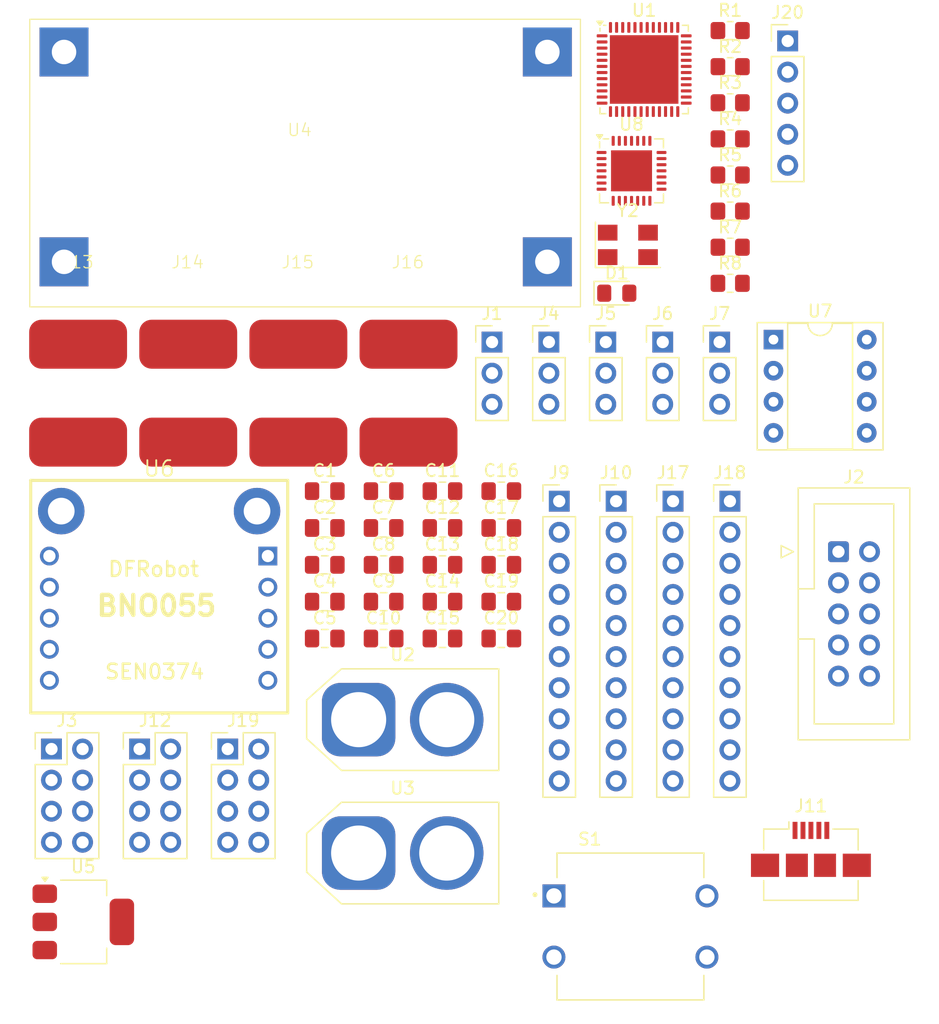
<source format=kicad_pcb>
(kicad_pcb (version 20240108) (generator "pcbnew") (generator_version "8.0")
  (layers (0 "F.Cu" signal) (31 "B.Cu" signal) (34 "B.Paste" user) (35 "F.Paste" user) (36 "B.SilkS" user "B.Silkscreen") (37 "F.SilkS" user "F.Silkscreen") (38 "B.Mask" user) (39 "F.Mask" user) (44 "Edge.Cuts" user))
  (net 0 "")
  (net 1 "+3.3V")
  (net 2 "GND")
  (net 3 "/NRST")
  (net 4 "/PH0")
  (net 5 "/PH1")
  (net 6 "Net-(U1-VCAP1)")
  (net 7 "+5V")
  (net 8 "Net-(U7A--)")
  (net 9 "Net-(U7A-+)")
  (net 10 "/VBUS")
  (net 11 "GND1")
  (net 12 "Net-(U8-VDD)")
  (net 13 "Net-(D1-K)")
  (net 14 "/PC13")
  (net 15 "Net-(J1-Pin_2)")
  (net 18 "/SWCLK")
  (net 19 "/SWDIO")
  (net 20 "/CS")
  (net 21 "/CE")
  (net 22 "/MOSI")
  (net 23 "/SCK")
  (net 24 "/MISO")
  (net 25 "/IRQ")
  (net 27 "/ESC0")
  (net 29 "/ESC1")
  (net 31 "/ESC2")
  (net 33 "/ESC3")
  (net 34 "/PPS")
  (net 35 "/RX_6")
  (net 36 "/TX_1")
  (net 37 "/RX_1")
  (net 38 "/TX_6")
  (net 39 "/CS2")
  (net 40 "/D-")
  (net 46 "/D+")
  (net 47 "/CP2102_TX")
  (net 48 "/CP2102_RX")
  (net 49 "+24V")
  (net 50 "/MOSI2")
  (net 51 "/PC14")
  (net 52 "/MISO2")
  (net 53 "/PC15")
  (net 54 "/BOOT0")
  (net 55 "/SDA")
  (net 56 "/IRQ2")
  (net 57 "/SCL")
  (net 58 "/PB4")
  (net 59 "/CE2")
  (net 60 "/PB9")
  (net 61 "/PB5")
  (net 62 "/PB3")
  (net 63 "/SCK2")
  (net 64 "/PB8")
  (net 65 "/Voltage measurement")
  (net 66 "Net-(U2--)")
  (net 96 "Net-(Y2-Pad2)")
  (footprint "Connector_PinHeader_2.54mm:PinHeader_1x03_P2.54mm_Vertical" (layer "F.Cu") (at 157.34 66.75)
    (property "Reference" "J4" (at 0 -2.33 0) (layer "F.SilkS"))
    (property "Value" "ESC0")
    (pad "1" thru_hole rect (at 0 0) (size 1.7 1.7) (drill 1) (layers "*.Cu" "*.Mask") (net 27 "/ESC0"))
    (pad "2" thru_hole oval (at 0 2.54) (size 1.7 1.7) (drill 1) (layers "*.Cu" "*.Mask"))
    (pad "3" thru_hole oval (at 0 5.08) (size 1.7 1.7) (drill 1) (layers "*.Cu" "*.Mask") (net 2 "GND"))
  )
  (footprint "Connector_PinHeader_2.54mm:PinHeader_2x04_P2.54mm_Vertical" (layer "F.Cu") (at 131.09 100)
    (property "Reference" "J19" (at 1.27 -2.33 0) (layer "F.SilkS"))
    (property "Value" "NRF24L01")
    (pad "1" thru_hole rect (at 0 0) (size 1.7 1.7) (drill 1) (layers "*.Cu" "*.Mask") (net 2 "GND"))
    (pad "2" thru_hole oval (at 2.54 0) (size 1.7 1.7) (drill 1) (layers "*.Cu" "*.Mask") (net 1 "+3.3V"))
    (pad "3" thru_hole oval (at 0 2.54) (size 1.7 1.7) (drill 1) (layers "*.Cu" "*.Mask") (net 59 "/CE2"))
    (pad "4" thru_hole oval (at 2.54 2.54) (size 1.7 1.7) (drill 1) (layers "*.Cu" "*.Mask") (net 39 "/CS2"))
    (pad "5" thru_hole oval (at 0 5.08) (size 1.7 1.7) (drill 1) (layers "*.Cu" "*.Mask") (net 63 "/SCK2"))
    (pad "6" thru_hole oval (at 2.54 5.08) (size 1.7 1.7) (drill 1) (layers "*.Cu" "*.Mask") (net 50 "/MOSI2"))
    (pad "7" thru_hole oval (at 0 7.62) (size 1.7 1.7) (drill 1) (layers "*.Cu" "*.Mask") (net 52 "/MISO2"))
    (pad "8" thru_hole oval (at 2.54 7.62) (size 1.7 1.7) (drill 1) (layers "*.Cu" "*.Mask") (net 56 "/IRQ2"))
  )
  (footprint "Capacitor_SMD:C_0805_2012Metric_Pad1.18x1.45mm_HandSolder" (layer "F.Cu") (at 143.83 90.97)
    (property "Reference" "C10" (at 0 -1.68 0) (layer "F.SilkS"))
    (property "Value" "10n")
    (pad "1" smd roundrect (at -1.0375 0) (size 1.175 1.45) (layers "F.Cu" "F.Paste" "F.Mask") (roundrect_rratio 0.212766) (net 1 "+3.3V"))
    (pad "2" smd roundrect (at 1.0375 0) (size 1.175 1.45) (layers "F.Cu" "F.Paste" "F.Mask") (roundrect_rratio 0.212766) (net 2 "GND"))
  )
  (footprint "Connector_AMASS:AMASS_XT60-M_1x02_P7.20mm_Vertical" (layer "F.Cu") (at 141.79 108.5)
    (property "Reference" "U3" (at 3.6 -5.3 180) (layer "F.SilkS"))
    (property "Value" "XT60")
    (pad "1" thru_hole roundrect (at 0 0) (size 6 6) (drill 4.5) (layers "*.Cu" "*.Mask") (net 2 "GND"))
    (pad "2" thru_hole circle (at 7.2 0) (size 6 6) (drill 4.5) (layers "*.Cu" "*.Mask") (net 66 "Net-(U2--)"))
  )
  (footprint "Capacitor_SMD:C_0805_2012Metric_Pad1.18x1.45mm_HandSolder" (layer "F.Cu") (at 143.83 87.96)
    (property "Reference" "C9" (at 0 -1.68 0) (layer "F.SilkS"))
    (property "Value" "1u")
    (pad "1" smd roundrect (at -1.0375 0) (size 1.175 1.45) (layers "F.Cu" "F.Paste" "F.Mask") (roundrect_rratio 0.212766) (net 1 "+3.3V"))
    (pad "2" smd roundrect (at 1.0375 0) (size 1.175 1.45) (layers "F.Cu" "F.Paste" "F.Mask") (roundrect_rratio 0.212766) (net 2 "GND"))
  )
  (footprint "Connector_USB:USB_Micro-B_Amphenol_10104110_Horizontal" (layer "F.Cu") (at 178.75 108.2)
    (property "Reference" "J11" (at 0 -3.55 0) (layer "F.SilkS"))
    (property "Value" "USB_B_Micro")
    (pad "1" smd rect (at -1.3 -1.55) (size 0.4 1.4) (layers "F.Cu" "F.Paste" "F.Mask") (net 10 "/VBUS"))
    (pad "2" smd rect (at -0.65 -1.55) (size 0.4 1.4) (layers "F.Cu" "F.Paste" "F.Mask") (net 40 "/D-"))
    (pad "3" smd rect (at 0 -1.55) (size 0.4 1.4) (layers "F.Cu" "F.Paste" "F.Mask") (net 46 "/D+"))
    (pad "4" smd rect (at 0.65 -1.55) (size 0.4 1.4) (layers "F.Cu" "F.Paste" "F.Mask"))
    (pad "5" smd rect (at 1.3 -1.55) (size 0.4 1.4) (layers "F.Cu" "F.Paste" "F.Mask") (net 11 "GND1"))
    (pad "6" smd rect (at -3.75 1.3) (size 2.3 1.9) (layers "F.Cu" "F.Paste" "F.Mask"))
    (pad "6" smd rect (at -1.15 1.3) (size 1.8 1.9) (layers "F.Cu" "F.Paste" "F.Mask"))
    (pad "6" smd rect (at 1.15 1.3) (size 1.8 1.9) (layers "F.Cu" "F.Paste" "F.Mask"))
    (pad "6" smd rect (at 3.75 1.3) (size 2.3 1.9) (layers "F.Cu" "F.Paste" "F.Mask"))
  )
  (footprint "Connector_PinHeader_2.54mm:PinHeader_1x03_P2.54mm_Vertical" (layer "F.Cu") (at 166.64 66.75)
    (property "Reference" "J6" (at 0 -2.33 0) (layer "F.SilkS"))
    (property "Value" "ESC2")
    (pad "1" thru_hole rect (at 0 0) (size 1.7 1.7) (drill 1) (layers "*.Cu" "*.Mask") (net 31 "/ESC2"))
    (pad "2" thru_hole oval (at 0 2.54) (size 1.7 1.7) (drill 1) (layers "*.Cu" "*.Mask"))
    (pad "3" thru_hole oval (at 0 5.08) (size 1.7 1.7) (drill 1) (layers "*.Cu" "*.Mask") (net 2 "GND"))
  )
  (footprint "Capacitor_SMD:C_0805_2012Metric_Pad1.18x1.45mm_HandSolder" (layer "F.Cu") (at 139.02 84.95)
    (property "Reference" "C3" (at 0 -1.68 0) (layer "F.SilkS"))
    (property "Value" "100n")
    (pad "1" smd roundrect (at -1.0375 0) (size 1.175 1.45) (layers "F.Cu" "F.Paste" "F.Mask") (roundrect_rratio 0.212766) (net 1 "+3.3V"))
    (pad "2" smd roundrect (at 1.0375 0) (size 1.175 1.45) (layers "F.Cu" "F.Paste" "F.Mask") (roundrect_rratio 0.212766) (net 2 "GND"))
  )
  (footprint "B3F-4055:SW_B3F-4055" (layer "F.Cu") (at 164 114.5)
    (property "Reference" "S1" (at -3.325 -7.135 0) (layer "F.SilkS"))
    (property "Value" "B3F-4055")
    (pad "" np_thru_hole circle (at 0 -4.5) (size 1.85 1.85) (drill 1.85) (layers "*.Cu" "*.Mask"))
    (pad "" np_thru_hole circle (at 0 4.5) (size 1.85 1.85) (drill 1.85) (layers "*.Cu" "*.Mask"))
    (pad "1" thru_hole rect (at -6.25 -2.5) (size 1.875 1.875) (drill 1.25) (layers "*.Cu" "*.Mask") (net 3 "/NRST"))
    (pad "2" thru_hole circle (at 6.25 -2.5) (size 1.875 1.875) (drill 1.25) (layers "*.Cu" "*.Mask") (net 3 "/NRST"))
    (pad "3" thru_hole circle (at -6.25 2.5) (size 1.875 1.875) (drill 1.25) (layers "*.Cu" "*.Mask") (net 2 "GND"))
    (pad "4" thru_hole circle (at 6.25 2.5) (size 1.875 1.875) (drill 1.25) (layers "*.Cu" "*.Mask") (net 2 "GND"))
  )
  (footprint "Capacitor_SMD:C_0805_2012Metric_Pad1.18x1.45mm_HandSolder" (layer "F.Cu") (at 153.45 87.96)
    (property "Reference" "C19" (at 0 -1.68 0) (layer "F.SilkS"))
    (property "Value" "100n")
    (pad "1" smd roundrect (at -1.0375 0) (size 1.175 1.45) (layers "F.Cu" "F.Paste" "F.Mask") (roundrect_rratio 0.212766) (net 10 "/VBUS"))
    (pad "2" smd roundrect (at 1.0375 0) (size 1.175 1.45) (layers "F.Cu" "F.Paste" "F.Mask") (roundrect_rratio 0.212766) (net 11 "GND1"))
  )
  (footprint "Resistor_SMD:R_0805_2012Metric_Pad1.20x1.40mm_HandSolder" (layer "F.Cu") (at 172.15 53.1)
    (property "Reference" "R5" (at 0 -1.65 0) (layer "F.SilkS"))
    (property "Value" "100k")
    (pad "1" smd roundrect (at -1 0) (size 1.2 1.4) (layers "F.Cu" "F.Paste" "F.Mask") (roundrect_rratio 0.208333) (net 2 "GND"))
    (pad "2" smd roundrect (at 1 0) (size 1.2 1.4) (layers "F.Cu" "F.Paste" "F.Mask") (roundrect_rratio 0.208333) (net 8 "Net-(U7A--)"))
  )
  (footprint "ESC_Custom:ESC_Power_Pad" (layer "F.Cu") (at 127.865 70.925)
    (property "Reference" "J14" (at -0.05 -10.7 0) (layer "F.SilkS") (effects (font (thickness 0.1))))
    (property "Value" "ESC_POWER1")
    (pad "1" smd roundrect (at 0 -4) (size 8 4) (layers "F.Cu" "F.Paste" "F.Mask") (net 49 "+24V"))
    (pad "2" smd roundrect (at 0 4) (size 8 4) (layers "F.Cu" "F.Paste" "F.Mask") (net 2 "GND"))
  )
  (footprint "Connector_IDC:IDC-Header_2x05_P2.54mm_Vertical" (layer "F.Cu") (at 181 83.88)
    (property "Reference" "J2" (at 1.27 -6.1 0) (layer "F.SilkS"))
    (property "Value" "STLINK_DEBUGGER")
    (pad "1" thru_hole roundrect (at 0 0) (size 1.7 1.7) (drill 1) (layers "*.Cu" "*.Mask") (roundrect_rratio 0.147059))
    (pad "2" thru_hole circle (at 2.54 0) (size 1.7 1.7) (drill 1) (layers "*.Cu" "*.Mask") (net 18 "/SWCLK"))
    (pad "3" thru_hole circle (at 0 2.54) (size 1.7 1.7) (drill 1) (layers "*.Cu" "*.Mask"))
    (pad "4" thru_hole circle (at 2.54 2.54) (size 1.7 1.7) (drill 1) (layers "*.Cu" "*.Mask") (net 19 "/SWDIO"))
    (pad "5" thru_hole circle (at 0 5.08) (size 1.7 1.7) (drill 1) (layers "*.Cu" "*.Mask") (net 2 "GND"))
    (pad "6" thru_hole circle (at 2.54 5.08) (size 1.7 1.7) (drill 1) (layers "*.Cu" "*.Mask") (net 2 "GND"))
    (pad "7" thru_hole circle (at 0 7.62) (size 1.7 1.7) (drill 1) (layers "*.Cu" "*.Mask") (net 1 "+3.3V"))
    (pad "8" thru_hole circle (at 2.54 7.62) (size 1.7 1.7) (drill 1) (layers "*.Cu" "*.Mask") (net 1 "+3.3V"))
    (pad "9" thru_hole circle (at 0 10.16) (size 1.7 1.7) (drill 1) (layers "*.Cu" "*.Mask") (net 7 "+5V"))
    (pad "10" thru_hole circle (at 2.54 10.16) (size 1.7 1.7) (drill 1) (layers "*.Cu" "*.Mask") (net 7 "+5V"))
  )
  (footprint "Resistor_SMD:R_0805_2012Metric_Pad1.20x1.40mm_HandSolder" (layer "F.Cu") (at 172.15 44.25)
    (property "Reference" "R2" (at 0 -1.65 0) (layer "F.SilkS"))
    (property "Value" "10k")
    (pad "1" smd roundrect (at -1 0) (size 1.2 1.4) (layers "F.Cu" "F.Paste" "F.Mask") (roundrect_rratio 0.208333) (net 13 "Net-(D1-K)"))
    (pad "2" smd roundrect (at 1 0) (size 1.2 1.4) (layers "F.Cu" "F.Paste" "F.Mask") (roundrect_rratio 0.208333) (net 2 "GND"))
  )
  (footprint "Resistor_SMD:R_0805_2012Metric_Pad1.20x1.40mm_HandSolder" (layer "F.Cu") (at 172.15 59)
    (property "Reference" "R7" (at 0 -1.65 0) (layer "F.SilkS"))
    (property "Value" "10k")
    (pad "1" smd roundrect (at -1 0) (size 1.2 1.4) (layers "F.Cu" "F.Paste" "F.Mask") (roundrect_rratio 0.208333) (net 65 "/Voltage measurement"))
    (pad "2" smd roundrect (at 1 0) (size 1.2 1.4) (layers "F.Cu" "F.Paste" "F.Mask") (roundrect_rratio 0.208333) (net 8 "Net-(U7A--)"))
  )
  (footprint "Connector_PinHeader_2.54mm:PinHeader_1x10_P2.54mm_Vertical" (layer "F.Cu") (at 172.13 79.75)
    (property "Reference" "J18" (at 0 -2.33 0) (layer "F.SilkS"))
    (property "Value" "Conn_01x10_Pin")
    (pad "1" thru_hole rect (at 0 0) (size 1.7 1.7) (drill 1) (layers "*.Cu" "*.Mask") (net 62 "/PB3"))
    (pad "2" thru_hole oval (at 0 2.54) (size 1.7 1.7) (drill 1) (layers "*.Cu" "*.Mask") (net 58 "/PB4"))
    (pad "3" thru_hole oval (at 0 5.08) (size 1.7 1.7) (drill 1) (layers "*.Cu" "*.Mask") (net 61 "/PB5"))
    (pad "4" thru_hole oval (at 0 7.62) (size 1.7 1.7) (drill 1) (layers "*.Cu" "*.Mask") (net 57 "/SCL"))
    (pad "5" thru_hole oval (at 0 10.16) (size 1.7 1.7) (drill 1) (layers "*.Cu" "*.Mask") (net 55 "/SDA"))
    (pad "6" thru_hole oval (at 0 12.7) (size 1.7 1.7) (drill 1) (layers "*.Cu" "*.Mask") (net 64 "/PB8"))
    (pad "7" thru_hole oval (at 0 15.24) (size 1.7 1.7) (drill 1) (layers "*.Cu" "*.Mask") (net 60 "/PB9"))
    (pad "8" thru_hole oval (at 0 17.78) (size 1.7 1.7) (drill 1) (layers "*.Cu" "*.Mask") (net 63 "/SCK2"))
    (pad "9" thru_hole oval (at 0 20.32) (size 1.7 1.7) (drill 1) (layers "*.Cu" "*.Mask") (net 59 "/CE2"))
    (pad "10" thru_hole oval (at 0 22.86) (size 1.7 1.7) (drill 1) (layers "*.Cu" "*.Mask") (net 56 "/IRQ2"))
  )
  (footprint "Package_TO_SOT_SMD:SOT-223-3_TabPin2" (layer "F.Cu") (at 119.29 114.125)
    (property "Reference" "U5" (at 0 -4.5 0) (layer "F.SilkS"))
    (property "Value" "AMS1117-3.3")
    (pad "1" smd roundrect (at -3.15 -2.3) (size 2 1.5) (layers "F.Cu" "F.Paste" "F.Mask") (net 2 "GND"))
    (pad "2" smd roundrect (at -3.15 0) (size 2 1.5) (layers "F.Cu" "F.Paste" "F.Mask") (net 1 "+3.3V"))
    (pad "2" smd roundrect (at 3.15 0) (size 2 3.8) (layers "F.Cu" "F.Paste" "F.Mask") (net 1 "+3.3V"))
    (pad "3" smd roundrect (at -3.15 2.3) (size 2 1.5) (layers "F.Cu" "F.Paste" "F.Mask") (net 7 "+5V"))
  )
  (footprint "Capacitor_SMD:C_0805_2012Metric_Pad1.18x1.45mm_HandSolder" (layer "F.Cu") (at 153.45 78.93)
    (property "Reference" "C16" (at 0 -1.68 0) (layer "F.SilkS"))
    (property "Value" "100n")
    (pad "1" smd roundrect (at -1.0375 0) (size 1.175 1.45) (layers "F.Cu" "F.Paste" "F.Mask") (roundrect_rratio 0.212766) (net 9 "Net-(U7A-+)"))
    (pad "2" smd roundrect (at 1.0375 0) (size 1.175 1.45) (layers "F.Cu" "F.Paste" "F.Mask") (roundrect_rratio 0.212766) (net 2 "GND"))
  )
  (footprint "Capacitor_SMD:C_0805_2012Metric_Pad1.18x1.45mm_HandSolder" (layer "F.Cu") (at 143.83 78.93)
    (property "Reference" "C6" (at 0 -1.68 0) (layer "F.SilkS"))
    (property "Value" "100n")
    (pad "1" smd roundrect (at -1.0375 0) (size 1.175 1.45) (layers "F.Cu" "F.Paste" "F.Mask") (roundrect_rratio 0.212766) (net 3 "/NRST"))
    (pad "2" smd roundrect (at 1.0375 0) (size 1.175 1.45) (layers "F.Cu" "F.Paste" "F.Mask") (roundrect_rratio 0.212766) (net 2 "GND"))
  )
  (footprint "Capacitor_SMD:C_0805_2012Metric_Pad1.18x1.45mm_HandSolder" (layer "F.Cu") (at 148.64 87.96)
    (property "Reference" "C14" (at 0 -1.68 0) (layer "F.SilkS"))
    (property "Value" "1uF")
    (pad "1" smd roundrect (at -1.0375 0) (size 1.175 1.45) (layers "F.Cu" "F.Paste" "F.Mask") (roundrect_rratio 0.212766) (net 2 "GND"))
    (pad "2" smd roundrect (at 1.0375 0) (size 1.175 1.45) (layers "F.Cu" "F.Paste" "F.Mask") (roundrect_rratio 0.212766) (net 1 "+3.3V"))
  )
  (footprint "Resistor_SMD:R_0805_2012Metric_Pad1.20x1.40mm_HandSolder" (layer "F.Cu") (at 172.15 61.95)
    (property "Reference" "R8" (at 0 -1.65 0) (layer "F.SilkS"))
    (property "Value" "10k")
    (pad "1" smd roundrect (at -1 0) (size 1.2 1.4) (layers "F.Cu" "F.Paste" "F.Mask") (roundrect_rratio 0.208333) (net 2 "GND"))
    (pad "2" smd roundrect (at 1 0) (size 1.2 1.4) (layers "F.Cu" "F.Paste" "F.Mask") (roundrect_rratio 0.208333) (net 65 "/Voltage measurement"))
  )
  (footprint "Capacitor_SMD:C_0805_2012Metric_Pad1.18x1.45mm_HandSolder" (layer "F.Cu") (at 143.83 81.94)
    (property "Reference" "C7" (at 0 -1.68 0) (layer "F.SilkS"))
    (property "Value" "12p")
    (pad "1" smd roundrect (at -1.0375 0) (size 1.175 1.45) (layers "F.Cu" "F.Paste" "F.Mask") (roundrect_rratio 0.212766) (net 2 "GND"))
    (pad "2" smd roundrect (at 1.0375 0) (size 1.175 1.45) (layers "F.Cu" "F.Paste" "F.Mask") (roundrect_rratio 0.212766) (net 4 "/PH0"))
  )
  (footprint "LED_SMD:LED_0805_2012Metric_Pad1.15x1.40mm_HandSolder" (layer "F.Cu") (at 162.885 62.755)
    (property "Reference" "D1" (at 0 -1.65 0) (layer "F.SilkS"))
    (property "Value" "LED")
    (pad "1" smd roundrect (at -1.025 0) (size 1.15 1.4) (layers "F.Cu" "F.Paste" "F.Mask") (roundrect_rratio 0.217391) (net 13 "Net-(D1-K)"))
    (pad "2" smd roundrect (at 1.025 0) (size 1.15 1.4) (layers "F.Cu" "F.Paste" "F.Mask") (roundrect_rratio 0.217391) (net 14 "/PC13"))
  )
  (footprint "Package_DFN_QFN:QFN-48-1EP_7x7mm_P0.5mm_EP5.6x5.6mm" (layer "F.Cu") (at 165.12 44.48)
    (property "Reference" "U1" (at 0 -4.83 0) (layer "F.SilkS"))
    (property "Value" "STM32F411CEUx")
    (pad "1" smd roundrect (at -3.4375 -2.75) (size 0.875 0.25) (layers "F.Cu" "F.Paste" "F.Mask") (net 1 "+3.3V"))
    (pad "2" smd roundrect (at -3.4375 -2.25) (size 0.875 0.25) (layers "F.Cu" "F.Paste" "F.Mask") (net 14 "/PC13"))
    (pad "3" smd roundrect (at -3.4375 -1.75) (size 0.875 0.25) (layers "F.Cu" "F.Paste" "F.Mask") (net 51 "/PC14"))
    (pad "4" smd roundrect (at -3.4375 -1.25) (size 0.875 0.25) (layers "F.Cu" "F.Paste" "F.Mask") (net 53 "/PC15"))
    (pad "5" smd roundrect (at -3.4375 -0.75) (size 0.875 0.25) (layers "F.Cu" "F.Paste" "F.Mask") (net 4 "/PH0"))
    (pad "6" smd roundrect (at -3.4375 -0.25) (size 0.875 0.25) (layers "F.Cu" "F.Paste" "F.Mask") (net 5 "/PH1"))
    (pad "7" smd roundrect (at -3.4375 0.25) (size 0.875 0.25) (layers "F.Cu" "F.Paste" "F.Mask") (net 3 "/NRST"))
    (pad "8" smd roundrect (at -3.4375 0.75) (size 0.875 0.25) (layers "F.Cu" "F.Paste" "F.Mask") (net 2 "GND"))
    (pad "9" smd roundrect (at -3.4375 1.25) (size 0.875 0.25) (layers "F.Cu" "F.Paste" "F.Mask") (net 1 "+3.3V"))
    (pad "10" smd roundrect (at -3.4375 1.75) (size 0.875 0.25) (layers "F.Cu" "F.Paste" "F.Mask") (net 65 "/Voltage measurement"))
    (pad "11" smd roundrect (at -3.4375 2.25) (size 0.875 0.25) (layers "F.Cu" "F.Paste" "F.Mask") (net 29 "/ESC1"))
    (pad "12" smd roundrect (at -3.4375 2.75) (size 0.875 0.25) (layers "F.Cu" "F.Paste" "F.Mask") (net 31 "/ESC2"))
    (pad "13" smd roundrect (at -2.75 3.4375) (size 0.25 0.875) (layers "F.Cu" "F.Paste" "F.Mask") (net 33 "/ESC3"))
    (pad "14" smd roundrect (at -2.25 3.4375) (size 0.25 0.875) (layers "F.Cu" "F.Paste" "F.Mask") (net 20 "/CS"))
    (pad "15" smd roundrect (at -1.75 3.4375) (size 0.25 0.875) (layers "F.Cu" "F.Paste" "F.Mask") (net 23 "/SCK"))
    (pad "16" smd roundrect (at -1.25 3.4375) (size 0.25 0.875) (layers "F.Cu" "F.Paste" "F.Mask") (net 24 "/MISO"))
    (pad "17" smd roundrect (at -0.75 3.4375) (size 0.25 0.875) (layers "F.Cu" "F.Paste" "F.Mask") (net 22 "/MOSI"))
    (pad "18" smd roundrect (at -0.25 3.4375) (size 0.25 0.875) (layers "F.Cu" "F.Paste" "F.Mask") (net 21 "/CE"))
    (pad "19" smd roundrect (at 0.25 3.4375) (size 0.25 0.875) (layers "F.Cu" "F.Paste" "F.Mask") (net 25 "/IRQ"))
    (pad "20" smd roundrect (at 0.75 3.4375) (size 0.25 0.875) (layers "F.Cu" "F.Paste" "F.Mask") (net 39 "/CS2"))
    (pad "21" smd roundrect (at 1.25 3.4375) (size 0.25 0.875) (layers "F.Cu" "F.Paste" "F.Mask") (net 63 "/SCK2"))
    (pad "22" smd roundrect (at 1.75 3.4375) (size 0.25 0.875) (layers "F.Cu" "F.Paste" "F.Mask") (net 6 "Net-(U1-VCAP1)"))
    (pad "23" smd roundrect (at 2.25 3.4375) (size 0.25 0.875) (layers "F.Cu" "F.Paste" "F.Mask") (net 2 "GND"))
    (pad "24" smd roundrect (at 2.75 3.4375) (size 0.25 0.875) (layers "F.Cu" "F.Paste" "F.Mask") (net 1 "+3.3V"))
    (pad "25" smd roundrect (at 3.4375 2.75) (size 0.875 0.25) (layers "F.Cu" "F.Paste" "F.Mask") (net 59 "/CE2"))
    (pad "26" smd roundrect (at 3.4375 2.25) (size 0.875 0.25) (layers "F.Cu" "F.Paste" "F.Mask") (net 56 "/IRQ2"))
    (pad "27" smd roundrect (at 3.4375 1.75) (size 0.875 0.25) (layers "F.Cu" "F.Paste" "F.Mask") (net 52 "/MISO2"))
    (pad "28" smd roundrect (at 3.4375 1.25) (size 0.875 0.25) (layers "F.Cu" "F.Paste" "F.Mask") (net 50 "/MOSI2"))
    (pad "29" smd roundrect (at 3.4375 0.75) (size 0.875 0.25) (layers "F.Cu" "F.Paste" "F.Mask") (net 34 "/PPS"))
    (pad "30" smd roundrect (at 3.4375 0.25) (size 0.875 0.25) (layers "F.Cu" "F.Paste" "F.Mask") (net 36 "/TX_1"))
    (pad "31" smd roundrect (at 3.4375 -0.25) (size 0.875 0.25) (layers "F.Cu" "F.Paste" "F.Mask") (net 37 "/RX_1"))
    (pad "32" smd roundrect (at 3.4375 -0.75) (size 0.875 0.25) (layers "F.Cu" "F.Paste" "F.Mask") (net 38 "/TX_6"))
    (pad "33" smd roundrect (at 3.4375 -1.25) (size 0.875 0.25) (layers "F.Cu" "F.Paste" "F.Mask") (net 35 "/RX_6"))
    (pad "34" smd roundrect (at 3.4375 -1.75) (size 0.875 0.25) (layers "F.Cu" "F.Paste" "F.Mask") (net 19 "/SWDIO"))
    (pad "35" smd roundrect (at 3.4375 -2.25) (size 0.875 0.25) (layers "F.Cu" "F.Paste" "F.Mask") (net 2 "GND"))
    (pad "36" smd roundrect (at 3.4375 -2.75) (size 0.875 0.25) (layers "F.Cu" "F.Paste" "F.Mask") (net 1 "+3.3V"))
    (pad "37" smd roundrect (at 2.75 -3.4375) (size 0.25 0.875) (layers "F.Cu" "F.Paste" "F.Mask") (net 18 "/SWCLK"))
    (pad "38" smd roundrect (at 2.25 -3.4375) (size 0.25 0.875) (layers "F.Cu" "F.Paste" "F.Mask") (net 27 "/ESC0"))
    (pad "39" smd roundrect (at 1.75 -3.4375) (size 0.25 0.875) (layers "F.Cu" "F.Paste" "F.Mask") (net 62 "/PB3"))
    (pad "40" smd roundrect (at 1.25 -3.4375) (size 0.25 0.875) (layers "F.Cu" "F.Paste" "F.Mask") (net 58 "/PB4"))
    (pad "41" smd roundrect (at 0.75 -3.4375) (size 0.25 0.875) (layers "F.Cu" "F.Paste" "F.Mask") (net 61 "/PB5"))
    (pad "42" smd roundrect (at 0.25 -3.4375) (size 0.25 0.875) (layers "F.Cu" "F.Paste" "F.Mask") (net 57 "/SCL"))
    (pad "43" smd roundrect (at -0.25 -3.4375) (size 0.25 0.875) (layers "F.Cu" "F.Paste" "F.Mask") (net 55 "/SDA"))
    (pad "44" smd roundrect (at -0.75 -3.4375) (size 0.25 0.875) (layers "F.Cu" "F.Paste" "F.Mask") (net 54 "/BOOT0"))
    (pad "45" smd roundrect (at -1.25 -3.4375) (size 0.25 0.875) (layers "F.Cu" "F.Paste" "F.Mask") (net 64 "/PB8"))
    (pad "46" smd roundrect (at -1.75 -3.4375) (size 0.25 0.875) (layers "F.Cu" "F.Paste" "F.Mask") (net 60 "/PB9"))
    (pad "47" smd roundrect (at -2.25 -3.4375) (size 0.25 0.875) (layers "F.Cu" "F.Paste" "F.Mask") (net 2 "GND"))
    (pad "48" smd roundrect (at -2.75 -3.4375) (size 0.25 0.875) (layers "F.Cu" "F.Paste" "F.Mask") (net 1 "+3.3V"))
    (pad "49" smd rect (at 0 0) (size 5.6 5.6) (property pad_prop_heatsink) (layers "F.Cu" "F.Mask") (net 2 "GND"))
  )
  (footprint "Connector_PinHeader_2.54mm:PinHeader_1x03_P2.54mm_Vertical" (layer "F.Cu") (at 171.29 66.75)
    (property "Reference" "J7" (at 0 -2.33 0) (layer "F.SilkS"))
    (property "Value" "ESC2")
    (pad "1" thru_hole rect (at 0 0) (size 1.7 1.7) (drill 1) (layers "*.Cu" "*.Mask") (net 33 "/ESC3"))
    (pad "2" thru_hole oval (at 0 2.54) (size 1.7 1.7) (drill 1) (layers "*.Cu" "*.Mask"))
    (pad "3" thru_hole oval (at 0 5.08) (size 1.7 1.7) (drill 1) (layers "*.Cu" "*.Mask") (net 2 "GND"))
  )
  (footprint "Capacitor_SMD:C_0805_2012Metric_Pad1.18x1.45mm_HandSolder" (layer "F.Cu") (at 148.64 84.95)
    (property "Reference" "C13" (at 0 -1.68 0) (layer "F.SilkS"))
    (property "Value" "1uF")
    (pad "1" smd roundrect (at -1.0375 0) (size 1.175 1.45) (layers "F.Cu" "F.Paste" "F.Mask") (roundrect_rratio 0.212766) (net 2 "GND"))
    (pad "2" smd roundrect (at 1.0375 0) (size 1.175 1.45) (layers "F.Cu" "F.Paste" "F.Mask") (roundrect_rratio 0.212766) (net 7 "+5V"))
  )
  (footprint "ESC_Custom:ESC_Power_Pad" (layer "F.Cu") (at 136.865 70.925)
    (property "Reference" "J15" (at -0.05 -10.7 0) (layer "F.SilkS") (effects (font (thickness 0.1))))
    (property "Value" "ESC_POWER2")
    (pad "1" smd roundrect (at 0 -4) (size 8 4) (layers "F.Cu" "F.Paste" "F.Mask") (net 49 "+24V"))
    (pad "2" smd roundrect (at 0 4) (size 8 4) (layers "F.Cu" "F.Paste" "F.Mask") (net 2 "GND"))
  )
  (footprint "ESC_Custom:ESC_Power_Pad" (layer "F.Cu") (at 145.865 70.925)
    (property "Reference" "J16" (at -0.05 -10.7 0) (layer "F.SilkS") (effects (font (thickness 0.1))))
    (property "Value" "ESC_POWER3")
    (pad "1" smd roundrect (at 0 -4) (size 8 4) (layers "F.Cu" "F.Paste" "F.Mask") (net 49 "+24V"))
    (pad "2" smd roundrect (at 0 4) (size 8 4) (layers "F.Cu" "F.Paste" "F.Mask") (net 2 "GND"))
  )
  (footprint "Crystal:Crystal_SMD_5032-4Pin_5.0x3.2mm" (layer "F.Cu") (at 163.79 58.81)
    (property "Reference" "Y2" (at 0 -2.8 0) (layer "F.SilkS"))
    (property "Value" "Crystal_GND24")
    (pad "1" smd rect (at -1.65 1) (size 1.6 1.3) (layers "F.Cu" "F.Paste" "F.Mask") (net 4 "/PH0"))
    (pad "2" smd rect (at 1.65 1) (size 1.6 1.3) (layers "F.Cu" "F.Paste" "F.Mask") (net 96 "Net-(Y2-Pad2)"))
    (pad "3" smd rect (at 1.65 -1) (size 1.6 1.3) (layers "F.Cu" "F.Paste" "F.Mask") (net 5 "/PH1"))
    (pad "4" smd rect (at -1.65 -1) (size 1.6 1.3) (layers "F.Cu" "F.Paste" "F.Mask") (net 96 "Net-(Y2-Pad2)"))
  )
  (footprint "Capacitor_SMD:C_0805_2012Metric_Pad1.18x1.45mm_HandSolder" (layer "F.Cu") (at 143.83 84.95)
    (property "Reference" "C8" (at 0 -1.68 0) (layer "F.SilkS"))
    (property "Value" "12p")
    (pad "1" smd roundrect (at -1.0375 0) (size 1.175 1.45) (layers "F.Cu" "F.Paste" "F.Mask") (roundrect_rratio 0.212766) (net 2 "GND"))
    (pad "2" smd roundrect (at 1.0375 0) (size 1.175 1.45) (layers "F.Cu" "F.Paste" "F.Mask") (roundrect_rratio 0.212766) (net 5 "/PH1"))
  )
  (footprint "Capacitor_SMD:C_0805_2012Metric_Pad1.18x1.45mm_HandSolder" (layer "F.Cu") (at 148.64 81.94)
    (property "Reference" "C12" (at 0 -1.68 0) (layer "F.SilkS"))
    (property "Value" "2.2u")
    (pad "1" smd roundrect (at -1.0375 0) (size 1.175 1.45) (layers "F.Cu" "F.Paste" "F.Mask") (roundrect_rratio 0.212766) (net 6 "Net-(U1-VCAP1)"))
    (pad "2" smd roundrect (at 1.0375 0) (size 1.175 1.45) (layers "F.Cu" "F.Paste" "F.Mask") (roundrect_rratio 0.212766) (net 2 "GND"))
  )
  (footprint "Capacitor_SMD:C_0805_2012Metric_Pad1.18x1.45mm_HandSolder" (layer "F.Cu") (at 139.02 81.94)
    (property "Reference" "C2" (at 0 -1.68 0) (layer "F.SilkS"))
    (property "Value" "100n")
    (pad "1" smd roundrect (at -1.0375 0) (size 1.175 1.45) (layers "F.Cu" "F.Paste" "F.Mask") (roundrect_rratio 0.212766) (net 1 "+3.3V"))
    (pad "2" smd roundrect (at 1.0375 0) (size 1.175 1.45) (layers "F.Cu" "F.Paste" "F.Mask") (roundrect_rratio 0.212766) (net 2 "GND"))
  )
  (footprint "Connector_PinHeader_2.54mm:PinHeader_1x03_P2.54mm_Vertical" (layer "F.Cu") (at 161.99 66.75)
    (property "Reference" "J5" (at 0 -2.33 0) (layer "F.SilkS"))
    (property "Value" "ESC1")
    (pad "1" thru_hole rect (at 0 0) (size 1.7 1.7) (drill 1) (layers "*.Cu" "*.Mask") (net 29 "/ESC1"))
    (pad "2" thru_hole oval (at 0 2.54) (size 1.7 1.7) (drill 1) (layers "*.Cu" "*.Mask"))
    (pad "3" thru_hole oval (at 0 5.08) (size 1.7 1.7) (drill 1) (layers "*.Cu" "*.Mask") (net 2 "GND"))
  )
  (footprint "Connector_PinHeader_2.54mm:PinHeader_1x10_P2.54mm_Vertical" (layer "F.Cu") (at 158.18 79.75)
    (property "Reference" "J9" (at 0 -2.33 0) (layer "F.SilkS"))
    (property "Value" "Conn_01x10_Pin")
    (pad "1" thru_hole rect (at 0 0) (size 1.7 1.7) (drill 1) (layers "*.Cu" "*.Mask") (net 7 "+5V"))
    (pad "2" thru_hole oval (at 0 2.54) (size 1.7 1.7) (drill 1) (layers "*.Cu" "*.Mask") (net 1 "+3.3V"))
    (pad "3" thru_hole oval (at 0 5.08) (size 1.7 1.7) (drill 1) (layers "*.Cu" "*.Mask") (net 2 "GND"))
    (pad "4" thru_hole oval (at 0 7.62) (size 1.7 1.7) (drill 1) (layers "*.Cu" "*.Mask") (net 27 "/ESC0"))
    (pad "5" thru_hole oval (at 0 10.16) (size 1.7 1.7) (drill 1) (layers "*.Cu" "*.Mask") (net 29 "/ESC1"))
    (pad "6" thru_hole oval (at 0 12.7) (size 1.7 1.7) (drill 1) (layers "*.Cu" "*.Mask") (net 31 "/ESC2"))
    (pad "7" thru_hole oval (at 0 15.24) (size 1.7 1.7) (drill 1) (layers "*.Cu" "*.Mask") (net 33 "/ESC3"))
    (pad "8" thru_hole oval (at 0 17.78) (size 1.7 1.7) (drill 1) (layers "*.Cu" "*.Mask") (net 20 "/CS"))
    (pad "9" thru_hole oval (at 0 20.32) (size 1.7 1.7) (drill 1) (layers "*.Cu" "*.Mask") (net 23 "/SCK"))
    (pad "10" thru_hole oval (at 0 22.86) (size 1.7 1.7) (drill 1) (layers "*.Cu" "*.Mask") (net 24 "/MISO"))
  )
  (footprint "Capacitor_SMD:C_0805_2012Metric_Pad1.18x1.45mm_HandSolder" (layer "F.Cu") (at 139.02 78.93)
    (property "Reference" "C1" (at 0 -1.68 0) (layer "F.SilkS"))
    (property "Value" "100n")
    (pad "1" smd roundrect (at -1.0375 0) (size 1.175 1.45) (layers "F.Cu" "F.Paste" "F.Mask") (roundrect_rratio 0.212766) (net 1 "+3.3V"))
    (pad "2" smd roundrect (at 1.0375 0) (size 1.175 1.45) (layers "F.Cu" "F.Paste" "F.Mask") (roundrect_rratio 0.212766) (net 2 "GND"))
  )
  (footprint "Capacitor_SMD:C_0805_2012Metric_Pad1.18x1.45mm_HandSolder" (layer "F.Cu") (at 139.02 90.97)
    (property "Reference" "C5" (at 0 -1.68 0) (layer "F.SilkS"))
    (property "Value" "4.7u")
    (pad "1" smd roundrect (at -1.0375 0) (size 1.175 1.45) (layers "F.Cu" "F.Paste" "F.Mask") (roundrect_rratio 0.212766) (net 1 "+3.3V"))
    (pad "2" smd roundrect (at 1.0375 0) (size 1.175 1.45) (layers "F.Cu" "F.Paste" "F.Mask") (roundrect_rratio 0.212766) (net 2 "GND"))
  )
  (footprint "Package_DFN_QFN:QFN-28-1EP_5x5mm_P0.5mm_EP3.35x3.35mm" (layer "F.Cu") (at 164.09 52.76)
    (property "Reference" "U8" (at 0 -3.8 0) (layer "F.SilkS"))
    (property "Value" "CP2102N-Axx-xQFN28")
    (pad "1" smd roundrect (at -2.45 -1.5) (size 0.8 0.25) (layers "F.Cu" "F.Paste" "F.Mask"))
    (pad "2" smd roundrect (at -2.45 -1) (size 0.8 0.25) (layers "F.Cu" "F.Paste" "F.Mask"))
    (pad "3" smd roundrect (at -2.45 -0.5) (size 0.8 0.25) (layers "F.Cu" "F.Paste" "F.Mask") (net 11 "GND1"))
    (pad "4" smd roundrect (at -2.45 0) (size 0.8 0.25) (layers "F.Cu" "F.Paste" "F.Mask") (net 46 "/D+"))
    (pad "5" smd roundrect (at -2.45 0.5) (size 0.8 0.25) (layers "F.Cu" "F.Paste" "F.Mask") (net 40 "/D-"))
    (pad "6" smd roundrect (at -2.45 1) (size 0.8 0.25) (layers "F.Cu" "F.Paste" "F.Mask") (net 12 "Net-(U8-VDD)"))
    (pad "7" smd roundrect (at -2.45 1.5) (size 0.8 0.25) (layers "F.Cu" "F.Paste" "F.Mask") (net 10 "/VBUS"))
    (pad "8" smd roundrect (at -1.5 2.45) (size 0.25 0.8) (layers "F.Cu" "F.Paste" "F.Mask") (net 10 "/VBUS"))
    (pad "9" smd roundrect (at -1 2.45) (size 0.25 0.8) (layers "F.Cu" "F.Paste" "F.Mask"))
    (pad "10" smd roundrect (at -0.5 2.45) (size 0.25 0.8) (layers "F.Cu" "F.Paste" "F.Mask"))
    (pad "11" smd roundrect (at 0 2.45) (size 0.25 0.8) (layers "F.Cu" "F.Paste" "F.Mask"))
    (pad "12" smd roundrect (at 0.5 2.45) (size 0.25 0.8) (layers "F.Cu" "F.Paste" "F.Mask"))
    (pad "13" smd roundrect (at 1 2.45) (size 0.25 0.8) (layers "F.Cu" "F.Paste" "F.Mask"))
    (pad "14" smd roundrect (at 1.5 2.45) (size 0.25 0.8) (layers "F.Cu" "F.Paste" "F.Mask"))
    (pad "15" smd roundrect (at 2.45 1.5) (size 0.8 0.25) (layers "F.Cu" "F.Paste" "F.Mask"))
    (pad "16" smd roundrect (at 2.45 1) (size 0.8 0.25) (layers "F.Cu" "F.Paste" "F.Mask"))
    (pad "17" smd roundrect (at 2.45 0.5) (size 0.8 0.25) (layers "F.Cu" "F.Paste" "F.Mask"))
    (pad "18" smd roundrect (at 2.45 0) (size 0.8 0.25) (layers "F.Cu" "F.Paste" "F.Mask"))
    (pad "19" smd roundrect (at 2.45 -0.5) (size 0.8 0.25) (layers "F.Cu" "F.Paste" "F.Mask"))
    (pad "20" smd roundrect (at 2.45 -1) (size 0.8 0.25) (layers "F.Cu" "F.Paste" "F.Mask"))
    (pad "21" smd roundrect (at 2.45 -1.5) (size 0.8 0.25) (layers "F.Cu" "F.Paste" "F.Mask"))
    (pad "22" smd roundrect (at 1.5 -2.45) (size 0.25 0.8) (layers "F.Cu" "F.Paste" "F.Mask"))
    (pad "23" smd roundrect (at 1 -2.45) (size 0.25 0.8) (layers "F.Cu" "F.Paste" "F.Mask"))
    (pad "24" smd roundrect (at 0.5 -2.45) (size 0.25 0.8) (layers "F.Cu" "F.Paste" "F.Mask"))
    (pad "25" smd roundrect (at 0 -2.45) (size 0.25 0.8) (layers "F.Cu" "F.Paste" "F.Mask") (net 48 "/CP2102_RX"))
    (pad "26" smd roundrect (at -0.5 -2.45) (size 0.25 0.8) (layers "F.Cu" "F.Paste" "F.Mask") (net 47 "/CP2102_TX"))
    (pad "27" smd roundrect (at -1 -2.45) (size 0.25 0.8) (layers "F.Cu" "F.Paste" "F.Mask"))
    (pad "28" smd roundrect (at -1.5 -2.45) (size 0.25 0.8) (layers "F.Cu" "F.Paste" "F.Mask"))
    (pad "29" smd rect (at 0 0) (size 3.35 3.35) (property pad_prop_heatsink) (layers "F.Cu" "F.Mask") (net 11 "GND1"))
  )
  (footprint "Package_DIP:DIP-8_W7.62mm_Socket" (layer "F.Cu") (at 175.69 66.55)
    (property "Reference" "U7" (at 3.81 -2.33 0) (layer "F.SilkS"))
    (property "Value" "LM358")
    (pad "1" thru_hole rect (at 0 0) (size 1.6 1.6) (drill 0.8) (layers "*.Cu" "*.Mask") (net 65 "/Voltage measurement"))
    (pad "2" thru_hole oval (at 0 2.54) (size 1.6 1.6) (drill 0.8) (layers "*.Cu" "*.Mask") (net 8 "Net-(U7A--)"))
    (pad "3" thru_hole oval (at 0 5.08) (size 1.6 1.6) (drill 0.8) (layers "*.Cu" "*.Mask") (net 9 "Net-(U7A-+)"))
    (pad "4" thru_hole oval (at 0 7.62) (size 1.6 1.6) (drill 0.8) (layers "*.Cu" "*.Mask") (net 2 "GND"))
    (pad "5" thru_hole oval (at 7.62 7.62) (size 1.6 1.6) (drill 0.8) (layers "*.Cu" "*.Mask"))
    (pad "6" thru_hole oval (at 7.62 5.08) (size 1.6 1.6) (drill 0.8) (layers "*.Cu" "*.Mask"))
    (pad "7" thru_hole oval (at 7.62 2.54) (size 1.6 1.6) (drill 0.8) (layers "*.Cu" "*.Mask"))
    (pad "8" thru_hole oval (at 7.62 0) (size 1.6 1.6) (drill 0.8) (layers "*.Cu" "*.Mask") (net 7 "+5V"))
  )
  (footprint "Connector_PinHeader_2.54mm:PinHeader_1x10_P2.54mm_Vertical" (layer "F.Cu") (at 167.48 79.75)
    (property "Reference" "J17" (at 0 -2.33 0) (layer "F.SilkS"))
    (property "Value" "Conn_01x10_Pin")
    (pad "1" thru_hole rect (at 0 0) (size 1.7 1.7) (drill 1) (layers "*.Cu" "*.Mask") (net 52 "/MISO2"))
    (pad "2" thru_hole oval (at 0 2.54) (size 1.7 1.7) (drill 1) (layers "*.Cu" "*.Mask") (net 50 "/MOSI2"))
    (pad "3" thru_hole oval (at 0 5.08) (size 1.7 1.7) (drill 1) (layers "*.Cu" "*.Mask") (net 14 "/PC13"))
    (pad "4" thru_hole oval (at 0 7.62) (size 1.7 1.7) (drill 1) (layers "*.Cu" "*.Mask") (net 51 "/PC14"))
    (pad "5" thru_hole oval (at 0 10.16) (size 1.7 1.7) (drill 1) (layers "*.Cu" "*.Mask") (net 53 "/PC15"))
    (pad "6" thru_hole oval (at 0 12.7) (size 1.7 1.7) (drill 1) (layers "*.Cu" "*.Mask") (net 54 "/BOOT0"))
    (pad "7" thru_hole oval (at 0 15.24) (size 1.7 1.7) (drill 1) (layers "*.Cu" "*.Mask") (net 3 "/NRST"))
    (pad "8" thru_hole oval (at 0 17.78) (size 1.7 1.7) (drill 1) (layers "*.Cu" "*.Mask") (net 2 "GND"))
    (pad "9" thru_hole oval (at 0 20.32) (size 1.7 1.7) (drill 1) (layers "*.Cu" "*.Mask") (net 1 "+3.3V"))
    (pad "10" thru_hole oval (at 0 22.86) (size 1.7 1.7) (drill 1) (layers "*.Cu" "*.Mask") (net 7 "+5V"))
  )
  (footprint "Connector_PinHeader_2.54mm:PinHeader_1x03_P2.54mm_Vertical" (layer "F.Cu") (at 152.69 66.75)
    (property "Reference" "J1" (at 0 -2.33 0) (layer "F.SilkS"))
    (property "Value" "BOOT_MODE")
    (pad "1" thru_hole rect (at 0 0) (size 1.7 1.7) (drill 1) (layers "*.Cu" "*.Mask") (net 1 "+3.3V"))
    (pad "2" thru_hole oval (at 0 2.54) (size 1.7 1.7) (drill 1) (layers "*.Cu" "*.Mask") (net 15 "Net-(J1-Pin_2)"))
    (pad "3" thru_hole oval (at 0 5.08) (size 1.7 1.7) (drill 1) (layers "*.Cu" "*.Mask") (net 2 "GND"))
  )
  (footprint "Capacitor_SMD:C_0805_2012Metric_Pad1.18x1.45mm_HandSolder" (layer "F.Cu") (at 139.02 87.96)
    (property "Reference" "C4" (at 0 -1.68 0) (layer "F.SilkS"))
    (property "Value" "100n")
    (pad "1" smd roundrect (at -1.0375 0) (size 1.175 1.45) (layers "F.Cu" "F.Paste" "F.Mask") (roundrect_rratio 0.212766) (net 1 "+3.3V"))
    (pad "2" smd roundrect (at 1.0375 0) (size 1.175 1.45) (layers "F.Cu" "F.Paste" "F.Mask") (roundrect_rratio 0.212766) (net 2 "GND"))
  )
  (footprint "Connector_PinHeader_2.54mm:PinHeader_1x10_P2.54mm_Vertical" (layer "F.Cu") (at 162.83 79.75)
    (property "Reference" "J10" (at 0 -2.33 0) (layer "F.SilkS"))
    (property "Value" "Conn_01x10_Pin")
    (pad "1" thru_hole rect (at 0 0) (size 1.7 1.7) (drill 1) (layers "*.Cu" "*.Mask") (net 22 "/MOSI"))
    (pad "2" thru_hole oval (at 0 2.54) (size 1.7 1.7) (drill 1) (layers "*.Cu" "*.Mask") (net 34 "/PPS"))
    (pad "3" thru_hole oval (at 0 5.08) (size 1.7 1.7) (drill 1) (layers "*.Cu" "*.Mask") (net 36 "/TX_1"))
    (pad "4" thru_hole oval (at 0 7.62) (size 1.7 1.7) (drill 1) (layers "*.Cu" "*.Mask") (net 37 "/RX_1"))
    (pad "5" thru_hole oval (at 0 10.16) (size 1.7 1.7) (drill 1) (layers "*.Cu" "*.Mask") (net 38 "/TX_6"))
    (pad "6" thru_hole oval (at 0 12.7) (size 1.7 1.7) (drill 1) (layers "*.Cu" "*.Mask") (net 35 "/RX_6"))
    (pad "7" thru_hole oval (at 0 15.24) (size 1.7 1.7) (drill 1) (layers "*.Cu" "*.Mask") (net 27 "/ESC0"))
    (pad "8" thru_hole oval (at 0 17.78) (size 1.7 1.7) (drill 1) (layers "*.Cu" "*.Mask") (net 21 "/CE"))
    (pad "9" thru_hole oval (at 0 20.32) (size 1.7 1.7) (drill 1) (layers "*.Cu" "*.Mask") (net 25 "/IRQ"))
    (pad "10" thru_hole oval (at 0 22.86) (size 1.7 1.7) (drill 1) (layers "*.Cu" "*.Mask") (net 39 "/CS2"))
  )
  (footprint "Resistor_SMD:R_0805_2012Metric_Pad1.20x1.40mm_HandSolder" (layer "F.Cu") (at 172.15 47.2)
    (property "Reference" "R3" (at 0 -1.65 0) (layer "F.SilkS"))
    (property "Value" "10k")
    (pad "1" smd roundrect (at -1 0) (size 1.2 1.4) (layers "F.Cu" "F.Paste" "F.Mask") (roundrect_rratio 0.208333) (net 15 "Net-(J1-Pin_2)"))
    (pad "2" smd roundrect (at 1 0) (size 1.2 1.4) (layers "F.Cu" "F.Paste" "F.Mask") (roundrect_rratio 0.208333) (net 54 "/BOOT0"))
  )
  (footprint "Capacitor_SMD:C_0805_2012Metric_Pad1.18x1.45mm_HandSolder" (layer "F.Cu") (at 148.64 90.97)
    (property "Reference" "C15" (at 0 -1.68 0) (layer "F.SilkS"))
    (property "Value" "100n")
    (pad "1" smd roundrect (at -1.0375 0) (size 1.175 1.45) (layers "F.Cu" "F.Paste" "F.Mask") (roundrect_rratio 0.212766) (net 8 "Net-(U7A--)"))
    (pad "2" smd roundrect (at 1.0375 0) (size 1.175 1.45) (layers "F.Cu" "F.Paste" "F.Mask") (roundrect_rratio 0.212766) (net 2 "GND"))
  )
  (footprint "Resistor_SMD:R_0805_2012Metric_Pad1.20x1.40mm_HandSolder" (layer "F.Cu") (at 172.15 50.15)
    (property "Reference" "R4" (at 0 -1.65 0) (layer "F.SilkS"))
    (property "Value" "100k")
    (pad "1" smd roundrect (at -1 0) (size 1.2 1.4) (layers "F.Cu" "F.Paste" "F.Mask") (roundrect_rratio 0.208333) (net 49 "+24V"))
    (pad "2" smd roundrect (at 1 0) (size 1.2 1.4) (layers "F.Cu" "F.Paste" "F.Mask") (roundrect_rratio 0.208333) (net 9 "Net-(U7A-+)"))
  )
  (footprint "Connector_AMASS:AMASS_XT60-M_1x02_P7.20mm_Vertical" (layer "F.Cu") (at 141.79 97.6)
    (property "Reference" "U2" (at 3.6 -5.3 180) (layer "F.SilkS"))
    (property "Value" "XT60")
    (pad "1" thru_hole roundrect (at 0 0) (size 6 6) (drill 4.5) (layers "*.Cu" "*.Mask") (net 66 "Net-(U2--)"))
    (pad "2" thru_hole circle (at 7.2 0) (size 6 6) (drill 4.5) (layers "*.Cu" "*.Mask") (net 49 "+24V"))
  )
  (footprint "Connector_PinHeader_2.54mm:PinHeader_1x05_P2.54mm_Vertical" (layer "F.Cu") (at 176.85 42.15)
    (property "Reference" "J20" (at 0 -2.33 0) (layer "F.SilkS"))
    (property "Value" "GPS")
    (pad "1" thru_hole rect (at 0 0) (size 1.7 1.7) (drill 1) (layers "*.Cu" "*.Mask") (net 1 "+3.3V"))
    (pad "2" thru_hole oval (at 0 2.54) (size 1.7 1.7) (drill 1) (layers "*.Cu" "*.Mask") (net 2 "GND"))
    (pad "3" thru_hole oval (at 0 5.08) (size 1.7 1.7) (drill 1) (layers "*.Cu" "*.Mask") (net 35 "/RX_6"))
    (pad "4" thru_hole oval (at 0 7.62) (size 1.7 1.7) (drill 1) (layers "*.Cu" "*.Mask") (net 38 "/TX_6"))
    (pad "5" thru_hole oval (at 0 10.16) (size 1.7 1.7) (drill 1) (layers "*.Cu" "*.Mask") (net 34 "/PPS"))
  )
  (footprint "ESC_Custom:ESC_Power_Pad" (layer "F.Cu") (at 118.865 70.925)
    (property "Reference" "J13" (at -0.05 -10.7 0) (layer "F.SilkS") (effects (font (thickness 0.1))))
    (property "Value" "ESC_POWER0")
    (pad "1" smd roundrect (at 0 -4) (size 8 4) (layers "F.Cu" "F.Paste" "F.Mask") (net 49 "+24V"))
    (pad "2" smd roundrect (at 0 4) (size 8 4) (layers "F.Cu" "F.Paste" "F.Mask") (net 2 "GND"))
  )
  (footprint "Connector_PinHeader_2.54mm:PinHeader_2x04_P2.54mm_Vertical" (layer "F.Cu") (at 123.89 100)
    (property "Reference" "J12" (at 1.27 -2.33 0) (layer "F.SilkS"))
    (property "Value" "UART_CP2102")
    (pad "1" thru_hole rect (at 0 0) (size 1.7 1.7) (drill 1) (layers "*.Cu" "*.Mask") (net 10 "/VBUS"))
    (pad "2" thru_hole oval (at 2.54 0) (size 1.7 1.7) (drill 1) (layers "*.Cu" "*.Mask") (net 7 "+5V"))
    (pad "3" thru_hole oval (at 0 2.54) (size 1.7 1.7) (drill 1) (layers "*.Cu" "*.Mask") (net 47 "/CP2102_TX"))
    (pad "4" thru_hole oval (at 2.54 2.54) (size 1.7 1.7) (drill 1) (layers "*.Cu" "*.Mask") (net 37 "/RX_1"))
    (pad "5" thru_hole oval (at 0 5.08) (size 1.7 1.7) (drill 1) (layers "*.Cu" "*.Mask") (net 48 "/CP2102_RX"))
    (pad "6" thru_hole oval (at 2.54 5.08) (size 1.7 1.7) (drill 1) (layers "*.Cu" "*.Mask") (net 36 "/TX_1"))
    (pad "7" thru_hole oval (at 0 7.62) (size 1.7 1.7) (drill 1) (layers "*.Cu" "*.Mask") (net 11 "GND1"))
    (pad "8" thru_hole oval (at 2.54 7.62) (size 1.7 1.7) (drill 1) (layers "*.Cu" "*.Mask") (net 2 "GND"))
  )
  (footprint "Capacitor_SMD:C_0805_2012Metric_Pad1.18x1.45mm_HandSolder" (layer "F.Cu") (at 153.45 81.94)
    (property "Reference" "C17" (at 0 -1.68 0) (layer "F.SilkS"))
    (property "Value" "100n")
    (pad "1" smd roundrect (at -1.0375 0) (size 1.175 1.45) (layers "F.Cu" "F.Paste" "F.Mask") (roundrect_rratio 0.212766) (net 2 "GND"))
    (pad "2" smd roundrect (at 1.0375 0) (size 1.175 1.45) (layers "F.Cu" "F.Paste" "F.Mask") (roundrect_rratio 0.212766) (net 2 "GND"))
  )
  (footprint "Resistor_SMD:R_0805_2012Metric_Pad1.20x1.40mm_HandSolder" (layer "F.Cu") (at 172.15 56.05)
    (property "Reference" "R6" (at 0 -1.65 0) (layer "F.SilkS"))
    (property "Value" "10k")
    (pad "1" smd roundrect (at -1 0) (size 1.2 1.4) (layers "F.Cu" "F.Paste" "F.Mask") (roundrect_rratio 0.208333) (net 9 "Net-(U7A-+)"))
    (pad "2" smd roundrect (at 1 0) (size 1.2 1.4) (layers "F.Cu" "F.Paste" "F.Mask") (roundrect_rratio 0.208333) (net 2 "GND"))
  )
  (footprint "Connector_PinHeader_2.54mm:PinHeader_2x04_P2.54mm_Vertical" (layer "F.Cu") (at 116.69 100)
    (property "Reference" "J3" (at 1.27 -2.33 0) (layer "F.SilkS"))
    (property "Value" "NRF24L01")
    (pad "1" thru_hole rect (at 0 0) (size 1.7 1.7) (drill 1) (layers "*.Cu" "*.Mask") (net 2 "GND"))
    (pad "2" thru_hole oval (at 2.54 0) (size 1.7 1.7) (drill 1) (layers "*.Cu" "*.Mask") (net 1 "+3.3V"))
    (pad "3" thru_hole oval (at 0 2.54) (size 1.7 1.7) (drill 1) (layers "*.Cu" "*.Mask") (net 21 "/CE"))
    (pad "4" thru_hole oval (at 2.54 2.54) (size 1.7 1.7) (drill 1) (layers "*.Cu" "*.Mask") (net 20 "/CS"))
    (pad "5" thru_hole oval (at 0 5.08) (size 1.7 1.7) (drill 1) (layers "*.Cu" "*.Mask") (net 23 "/SCK"))
    (pad "6" thru_hole oval (at 2.54 5.08) (size 1.7 1.7) (drill 1) (layers "*.Cu" "*.Mask") (net 22 "/MOSI"))
    (pad "7" thru_hole oval (at 0 7.62) (size 1.7 1.7) (drill 1) (layers "*.Cu" "*.Mask") (net 24 "/MISO"))
    (pad "8" thru_hole oval (at 2.54 7.62) (size 1.7 1.7) (drill 1) (layers "*.Cu" "*.Mask") (net 25 "/IRQ"))
  )
  (footprint "DFROBOT_BNO055:FOOTPRINT DFROBOT SEN0374 BNO055" (layer "F.Cu") (at 125.4452 87.477)
    (property "Reference" "U6" (at 0.04675 -10.387 0) (layer "F.SilkS") (effects (font (size 1.27 1.27))))
    (property "Value" "DFRobot SEN0374 BNO055")
    (fp_text user "SEN0374" (at -4.4842 5.504 0) (layer "F.SilkS") (effects (font (size 1.2 1.2) (thickness 0.2)) (justify left top)))
    (fp_text user "BNO055" (at -5.2462 -0.1286 0) (layer "F.SilkS") (effects (font (size 1.6256 1.6256) (thickness 0.35)) (justify left top)))
    (fp_text user "DFRobot" (at -4.2302 -2.878 0) (layer "F.SilkS") (effects (font (size 1.2 1.2) (thickness 0.2032)) (justify left top)))
    (pad "" thru_hole oval (at -7.9579 -6.915) (size 3.8 3.8) (drill 2.18) (layers "*.Cu" "*.Mask"))
    (pad "" thru_hole oval (at 8.042 -6.915) (size 3.8 3.8) (drill 2.18) (layers "*.Cu" "*.Mask"))
    (pad "1" thru_hole oval (at -8.9249 -3.2449) (size 1.54 1.54) (drill 1) (layers "*.Cu" "*.Mask"))
    (pad "2" thru_hole oval (at -8.9249 -0.7049) (size 1.54 1.54) (drill 1) (layers "*.Cu" "*.Mask"))
    (pad "3" thru_hole oval (at -8.9249 1.8351) (size 1.54 1.54) (drill 1) (layers "*.Cu" "*.Mask"))
    (pad "4" thru_hole oval (at -8.9249 4.3751) (size 1.54 1.54) (drill 1) (layers "*.Cu" "*.Mask"))
    (pad "5" thru_hole oval (at -8.9249 6.9151) (size 1.54 1.54) (drill 1) (layers "*.Cu" "*.Mask"))
    (pad "6" thru_hole oval (at 8.925 6.9151) (size 1.54 1.54) (drill 1) (layers "*.Cu" "*.Mask"))
    (pad "7" thru_hole oval (at 8.925 4.3751) (size 1.54 1.54) (drill 1) (layers "*.Cu" "*.Mask") (net 55 "/SDA"))
    (pad "8" thru_hole oval (at 8.925 1.8351) (size 1.54 1.54) (drill 1) (layers "*.Cu" "*.Mask") (net 57 "/SCL"))
    (pad "9" thru_hole oval (at 8.925 -0.7049) (size 1.54 1.54) (drill 1) (layers "*.Cu" "*.Mask") (net 2 "GND"))
    (pad "10" thru_hole rect (at 8.925 -3.2449) (size 1.54 1.54) (drill 1) (layers "*.Cu" "*.Mask") (net 1 "+3.3V"))
  )
  (footprint "Capacitor_SMD:C_0805_2012Metric_Pad1.18x1.45mm_HandSolder" (layer "F.Cu") (at 153.45 84.95)
    (property "Reference" "C18" (at 0 -1.68 0) (layer "F.SilkS"))
    (property "Value" "1uF")
    (pad "1" smd roundrect (at -1.0375 0) (size 1.175 1.45) (layers "F.Cu" "F.Paste" "F.Mask") (roundrect_rratio 0.212766) (net 11 "GND1"))
    (pad "2" smd roundrect (at 1.0375 0) (size 1.175 1.45) (layers "F.Cu" "F.Paste" "F.Mask") (roundrect_rratio 0.212766) (net 10 "/VBUS"))
  )
  (footprint "lm2596_footprint:LM2596_Module" (layer "F.Cu") (at 136.915 51.375)
    (property "Reference" "U4" (at 0.05 -1.95 0) (layer "F.SilkS") (effects (font (thickness 0.1))))
    (property "Value" "~")
    (pad "1" thru_hole rect (at -19.2 -8.325) (size 4 4) (drill 2) (layers "*.Cu" "*.Mask") (net 49 "+24V"))
    (pad "2" thru_hole rect (at -19.2 8.82) (size 4 4) (drill 2) (layers "*.Cu" "*.Mask") (net 2 "GND"))
    (pad "3" thru_hole rect (at 20.297 -8.325) (size 4 4) (drill 2) (layers "*.Cu" "*.Mask") (net 7 "+5V"))
    (pad "4" thru_hole rect (at 20.297 8.82) (size 4 4) (drill 2) (layers "*.Cu" "*.Mask") (net 2 "GND"))
  )
  (footprint "Capacitor_SMD:C_0805_2012Metric_Pad1.18x1.45mm_HandSolder" (layer "F.Cu") (at 148.64 78.93)
    (property "Reference" "C11" (at 0 -1.68 0) (layer "F.SilkS"))
    (property "Value" "2.2u")
    (pad "1" smd roundrect (at -1.0375 0) (size 1.175 1.45) (layers "F.Cu" "F.Paste" "F.Mask") (roundrect_rratio 0.212766) (net 6 "Net-(U1-VCAP1)"))
    (pad "2" smd roundrect (at 1.0375 0) (size 1.175 1.45) (layers "F.Cu" "F.Paste" "F.Mask") (roundrect_rratio 0.212766) (net 2 "GND"))
  )
  (footprint "Resistor_SMD:R_0805_2012Metric_Pad1.20x1.40mm_HandSolder" (layer "F.Cu") (at 172.15 41.3)
    (property "Reference" "R1" (at 0 -1.65 0) (layer "F.SilkS"))
    (property "Value" "10k")
    (pad "1" smd roundrect (at -1 0) (size 1.2 1.4) (layers "F.Cu" "F.Paste" "F.Mask") (roundrect_rratio 0.208333) (net 1 "+3.3V"))
    (pad "2" smd roundrect (at 1 0) (size 1.2 1.4) (layers "F.Cu" "F.Paste" "F.Mask") (roundrect_rratio 0.208333) (net 3 "/NRST"))
  )
  (footprint "Capacitor_SMD:C_0805_2012Metric_Pad1.18x1.45mm_HandSolder" (layer "F.Cu") (at 153.45 90.97)
    (property "Reference" "C20" (at 0 -1.68 0) (layer "F.SilkS"))
    (property "Value" "100n")
    (pad "1" smd roundrect (at -1.0375 0) (size 1.175 1.45) (layers "F.Cu" "F.Paste" "F.Mask") (roundrect_rratio 0.212766) (net 12 "Net-(U8-VDD)"))
    (pad "2" smd roundrect (at 1.0375 0) (size 1.175 1.45) (layers "F.Cu" "F.Paste" "F.Mask") (roundrect_rratio 0.212766) (net 11 "GND1"))
  )
)
</source>
